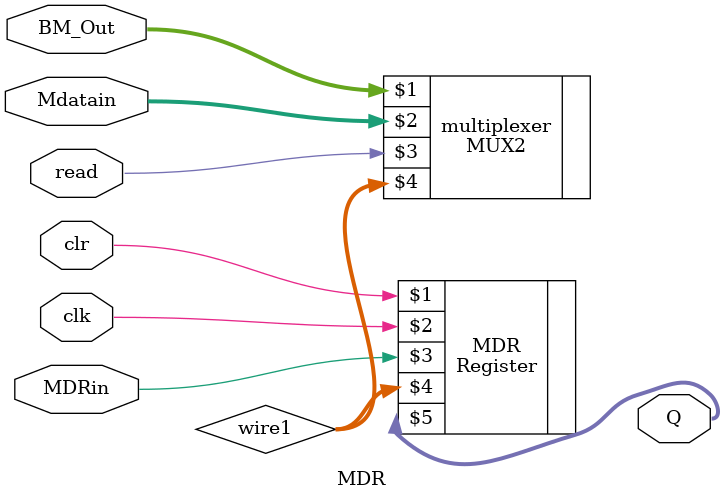
<source format=v>
`timescale 1ns/10ps
module MDR(
	input [31:0] BM_Out, Mdatain,
	input read, clr, clk, MDRin,
	output [31:0] Q
	);
 
		wire [31:0] wire1;
  
		MUX2 multiplexer(BM_Out, Mdatain, read, wire1);
		Register MDR(clr, clk, MDRin, wire1, Q);
		
endmodule

</source>
